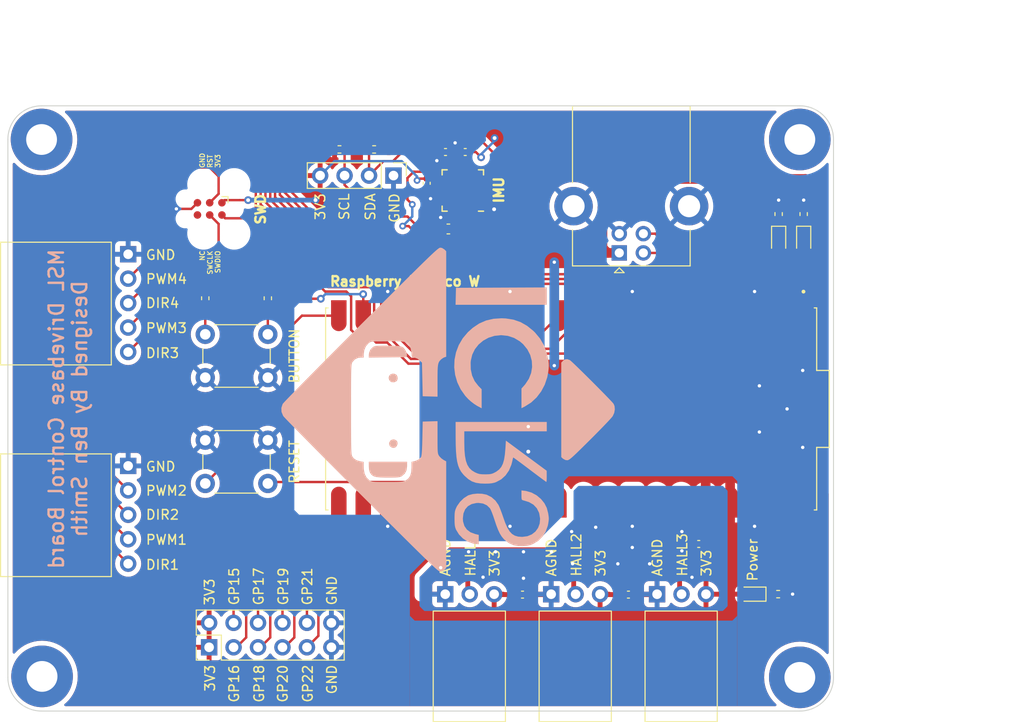
<source format=kicad_pcb>
(kicad_pcb (version 20211014) (generator pcbnew)
  (layers (0 "F.Cu" signal) (31 "B.Cu" signal) (34 "B.Paste" user) (35 "F.Paste" user) (36 "B.SilkS" user "B.Silkscreen") (37 "F.SilkS" user "F.Silkscreen") (38 "B.Mask" user) (39 "F.Mask" user) (44 "Edge.Cuts" user))
  (net 0 "")
  (net 1 "/IMU_REGOUT")
  (net 2 "GND")
  (net 3 "/IMU_CPOUT")
  (net 4 "+3V3")
  (net 5 "/LED1_K")
  (net 6 "LED1")
  (net 7 "/LED2_K")
  (net 8 "LED2")
  (net 9 "PWM2")
  (net 10 "DIR2")
  (net 11 "PWM1")
  (net 12 "DIR1")
  (net 13 "PWM4")
  (net 14 "DIR4")
  (net 15 "PWM3")
  (net 16 "DIR3")
  (net 17 "GNDA")
  (net 18 "HALL1")
  (net 19 "HALL2")
  (net 20 "HALL3")
  (net 21 "SWDIO")
  (net 22 "RST")
  (net 23 "SWCLK")
  (net 25 "SDA")
  (net 26 "SCL")
  (net 27 "VBUS")
  (net 28 "DM")
  (net 29 "DP")
  (net 30 "Net-(R103-Pad1)")
  (net 31 "BTN")
  (net 33 "/LED_PWR_K")
  (net 44 "IMU_INT")
  (net 52 "GPIO22")
  (net 53 "GPIO20")
  (net 54 "GPIO21")
  (net 55 "GPIO18")
  (net 56 "GPIO19")
  (net 57 "GPIO16")
  (net 58 "GPIO17")
  (net 59 "GPIO15")
  (footprint "footprints:5pin right angle header" (layer "F.Cu") (at 111.1425 108.1375)
    (fp_text reference "J102" hide)
    (fp_text value "Conn_01x05_Male")
  )
  (footprint "Resistor_SMD:R_0402_1005Metric" (layer "F.Cu") (at 178.65 121.4625)
    (fp_text reference "R105" hide)
    (fp_text value "330R")
  )
  (footprint "Resistor_SMD:R_0402_1005Metric" (layer "F.Cu") (at 133.09 75.2425)
    (fp_text reference "R102" hide)
    (fp_text value "4k7")
  )
  (footprint "Capacitor_SMD:C_0603_1608Metric" (layer "F.Cu") (at 144.4 83.5125 180)
    (fp_text reference "C105" hide)
    (fp_text value "2n2")
  )
  (footprint "Sensor_Motion:InvenSense_QFN-24_4x4mm_P0.5mm" (layer "F.Cu") (at 145.9 79.5125 180)
    (fp_text reference "U102" hide)
    (fp_text value "MPU-6050")
  )
  (footprint "MountingHole:MountingHole_3.2mm_M3_Pad" (layer "F.Cu") (at 102.2 130.0125)
    (fp_text reference "H104" hide)
    (fp_text value "MountingHole" hide)
  )
  (footprint "LED_SMD:LED_0603_1608Metric" (layer "F.Cu") (at 181.3 84.7125 -90)
    (fp_text reference "D102" hide)
    (fp_text value "LED_Small")
  )
  (footprint "Capacitor_SMD:C_0402_1005Metric" (layer "F.Cu") (at 142.15 78.7625 -90)
    (fp_text reference "C106" hide)
    (fp_text value "100n")
  )
  (footprint "footprints:MODULE_SC0915" (layer "F.Cu") (at 157.15 102.2125 -90)
    (fp_text reference "U101" hide)
    (fp_text value "SC0915")
  )
  (footprint "Resistor_SMD:R_0402_1005Metric" (layer "F.Cu") (at 119.15 90.7125 90)
    (fp_text reference "R104" hide)
    (fp_text value "100k")
  )
  (footprint "footprints:3pin right angle header" (layer "F.Cu") (at 144.075 121.47 90)
    (fp_text reference "J103" hide)
    (fp_text value "Conn_01x03_Male")
  )
  (footprint "MountingHole:MountingHole_3.2mm_M3_Pad" (layer "F.Cu") (at 180.9 130.1125)
    (fp_text reference "H102" hide)
    (fp_text value "MountingHole" hide)
  )
  (footprint "MountingHole:MountingHole_3.2mm_M3_Pad" (layer "F.Cu") (at 180.9 74.2125)
    (fp_text reference "H101" hide)
    (fp_text value "MountingHole" hide)
  )
  (footprint "Capacitor_SMD:C_0402_1005Metric" (layer "F.Cu") (at 144.1 75.5125)
    (fp_text reference "C104" hide)
    (fp_text value "100n")
  )
  (footprint "footprints:5pin right angle header" (layer "F.Cu") (at 111.1425 86.1375)
    (fp_text reference "J101" hide)
    (fp_text value "Conn_01x05_Male")
  )
  (footprint "TestPoint:TestPoint_Pad_D1.5mm" (layer "F.Cu") (at 151.4 105.3425)
    (fp_text reference "TP103" hide)
    (fp_text value "TestPoint" hide)
  )
  (footprint "footprints:3pin right angle header" (layer "F.Cu") (at 166.075 121.47 90)
    (fp_text reference "J105" hide)
    (fp_text value "Conn_01x03_Male")
  )
  (footprint "MountingHole:MountingHole_3.2mm_M3_Pad" (layer "F.Cu") (at 102.15 74.2125)
    (fp_text reference "H103" hide)
    (fp_text value "MountingHole" hide)
  )
  (footprint "TestPoint:TestPoint_Pad_D1.5mm" (layer "F.Cu") (at 151.4 107.8825)
    (fp_text reference "TP102" hide)
    (fp_text value "TestPoint" hide)
  )
  (footprint "Connector:Tag-Connect_TC2030-IDC-FP_2x03_P1.27mm_Vertical" (layer "F.Cu") (at 119.61 81.4225 180)
    (fp_text reference "J106" hide)
    (fp_text value "TC2030-IDC")
  )
  (footprint "Capacitor_SMD:C_0402_1005Metric" (layer "F.Cu") (at 163.1 121.5125)
    (fp_text reference "C101" hide)
    (fp_text value "100n")
  )
  (footprint "Connector_PinHeader_2.54mm:PinHeader_2x06_P2.54mm_Vertical" (layer "F.Cu") (at 119.55 126.9875 90)
    (fp_text reference "J109" hide)
    (fp_text value "Conn_02x06_Odd_Even")
  )
  (footprint "Capacitor_SMD:C_0402_1005Metric" (layer "F.Cu") (at 152.1 121.5125)
    (fp_text reference "C102" hide)
    (fp_text value "100n")
  )
  (footprint "TestPoint:TestPoint_Pad_D1.5mm" (layer "F.Cu") (at 151.4 102.8025)
    (fp_text reference "TP101" hide)
    (fp_text value "TestPoint" hide)
  )
  (footprint "Connector_PinHeader_2.54mm:PinHeader_1x04_P2.54mm_Vertical" (layer "F.Cu") (at 138.7 77.9625 -90)
    (fp_text reference "J107" hide)
    (fp_text value "Conn_01x04_Male")
  )
  (footprint "Button_Switch_THT:SW_PUSH_6mm_H5mm" (layer "F.Cu") (at 125.65 109.9625 180)
    (fp_text reference "SW102" hide)
    (fp_text value "PSH_BTN")
  )
  (footprint "Capacitor_SMD:C_0402_1005Metric" (layer "F.Cu") (at 170.4 116.25 180)
    (fp_text reference "C103" hide)
    (fp_text value "100n")
  )
  (footprint "LED_SMD:LED_0603_1608Metric" (layer "F.Cu") (at 178.7 84.7125 -90)
    (fp_text reference "D103" hide)
    (fp_text value "LED_Small")
  )
  (footprint "footprints:3pin right angle header" (layer "F.Cu") (at 155.075 121.47 90)
    (fp_text reference "J104" hide)
    (fp_text value "Conn_01x03_Male")
  )
  (footprint "Button_Switch_THT:SW_PUSH_6mm_H5mm" (layer "F.Cu") (at 125.65 98.9625 180)
    (fp_text reference "SW101" hide)
    (fp_text value "PSH_BTN")
  )
  (footprint "Resistor_SMD:R_0402_1005Metric" (layer "F.Cu") (at 181.3 81.9625 90)
    (fp_text reference "R106" hide)
    (fp_text value "330R")
  )
  (footprint "Capacitor_SMD:C_0402_1005Metric" (layer "F.Cu") (at 146.15 75.5125 180)
    (fp_text reference "C107" hide)
    (fp_text value "10n")
  )
  (footprint "LED_SMD:LED_0603_1608Metric" (layer "F.Cu") (at 175.9 121.4625 180)
    (fp_text reference "D101" hide)
    (fp_text value "LED_Small")
  )
  (footprint "Resistor_SMD:R_0402_1005Metric" (layer "F.Cu") (at 125.65 90.7125 90)
    (fp_text reference "R103" hide)
    (fp_text value "330R")
  )
  (footprint "Resistor_SMD:R_0402_1005Metric" (layer "F.Cu") (at 136.69 75.2425 180)
    (fp_text reference "R101" hide)
    (fp_text value "4k7")
  )
  (footprint "Resistor_SMD:R_0402_1005Metric" (layer "F.Cu") (at 178.7 81.9625 90)
    (fp_text reference "R107" hide)
    (fp_text value "330R")
  )
  (footprint "Connector_USB:USB_B_Lumberg_2411_02_Horizontal" (layer "F.Cu") (at 162.15 86 90)
    (fp_text reference "J108" hide)
    (fp_text value "USB_A")
  )
  (footprint "footprints:ICRS Medium" (layer "B.Cu") (at 144.4 102.2125 -90)
    (fp_text reference "G***" hide)
    (fp_text value "LOGO" hide)
  )
  (gr_line (start 184.4 74.2125) (end 184.4 130.1125) (layer "Edge.Cuts") (width 0.1))
  (gr_arc (start 98.65 74.2125) (mid 99.675126 71.737626) (end 102.15 70.7125) (layer "Edge.Cuts") (width 0.1))
  (gr_arc (start 180.9 70.7125) (mid 183.374874 71.737626) (end 184.4 74.2125) (layer "Edge.Cuts") (width 0.1))
  (gr_line (start 180.9 133.6125) (end 102.15 133.6125) (layer "Edge.Cuts") (width 0.1))
  (gr_arc (start 184.4 130.1125) (mid 183.374874 132.587374) (end 180.9 133.6125) (layer "Edge.Cuts") (width 0.1))
  (gr_arc (start 102.15 133.6125) (mid 99.675126 132.587374) (end 98.65 130.1125) (layer "Edge.Cuts") (width 0.1))
  (gr_line (start 102.15 70.7125) (end 180.9 70.7125) (layer "Edge.Cuts") (width 0.1))
  (gr_line (start 98.65 130.1125) (end 98.65 74.2125) (layer "Edge.Cuts") (width 0.1))
  (gr_text "MSL Drivebase Control Board\nDesigned By Ben Smith" (at 104.9 102.2125 90) (layer "B.SilkS") (effects (font (size 1.5 1.5) (thickness 0.25)) (justify mirror)))
  (gr_text "SWD" (at 124.9 81.4625 90) (layer "F.SilkS") (effects (font (size 1 1) (thickness 0.25))))
  (gr_text "GND" (at 132.3 128.7125 90) (layer "F.SilkS") (effects (font (size 1 1)) (justify right)))
  (gr_text "NC\nSWCLK\nSWDIO" (at 119.65 85.7125 90) (layer "F.SilkS") (effects (font (size 0.5 0.5) (thickness 0.1)) (justify right)))
  (gr_text "GND" (at 112.9 86.2125) (layer "F.SilkS") (effects (font (size 1 1)) (justify left)))
  (gr_text "SDA" (at 136.3 79.7125 90) (layer "F.SilkS") (effects (font (size 1 1)) (justify right)))
  (gr_text "PWM4" (at 112.9 88.7125) (layer "F.SilkS") (effects (font (size 1 1)) (justify left)))
  (gr_text "GP20" (at 127.2 128.7125 90) (layer "F.SilkS") (effects (font (size 1 1)) (justify right)))
  (gr_text "3V3" (at 131.1 79.7125 90) (layer "F.SilkS") (effects (font (size 1 1)) (justify right)))
  (gr_text "GP22" (at 129.8 128.7125 90) (layer "F.SilkS") (effects (font (size 1 1)) (justify right)))
  (gr_text "GND" (at 138.8 79.7125 90) (layer "F.SilkS") (effects (font (size 1 1)) (justify right)))
  (gr_text "GP15" (at 122.15 122.7125 90) (layer "F.SilkS") (effects (font (size 1 1)) (justify left)))
  (gr_text "GND" (at 112.9 108.2125) (layer "F.SilkS") (effects (font (size 1 1)) (justify left)))
  (gr_text "GND" (at 132.3 122.7125 90) (layer "F.SilkS") (effects (font (size 1 1)) (justify left)))
  (gr_text "SCL" (at 133.59 79.7125 90) (layer "F.SilkS") (effects (font (size 1 1)) (justify right)))
  (gr_text "3V3" (at 149.2 119.7125 90) (layer "F.SilkS") (effects (font (size 1 1)) (justify left)))
  (gr_text "GND\nRST\n3V3" (at 119.65 77.2125 90) (layer "F.SilkS") (effects (font (size 0.5 0.5) (thickness 0.1)) (justify left)))
  (gr_text "AGND" (at 155.1 119.7125 90) (layer "F.SilkS") (effects (font (size 1 1)) (justify left)))
  (gr_text "DIR1" (at 112.9 118.4125) (layer "F.SilkS") (effects (font (size 1 1)) (justify left)))
  (gr_text "3V3" (at 119.65 128.7125 90) (layer "F.SilkS") (effects (font (size 1 1)) (justify right)))
  (gr_text "PWM1" (at 112.9 115.8125) (layer "F.SilkS") (effects (font (size 1 1)) (justify left)))
  (gr_text "GP19" (at 127.25 122.7125 90) (layer "F.SilkS") (effects (font (size 1 1)) (justify left)))
  (gr_text "Power" (at 176 120.2125 90) (layer "F.SilkS") (effects (font (size 1 1)) (justify left)))
  (gr_text "HALL2" (at 157.7 119.7125 90) (layer "F.SilkS") (effects (font (size 1 1)) (justify left)))
  (gr_text "DIR3" (at 112.9 96.4125) (layer "F.SilkS") (effects (font (size 1 1)) (justify left)))
  (gr_text "AGND" (at 144.1 119.7125 90) (layer "F.SilkS") (effects (font (size 1 1)) (justify left)))
  (gr_text "3V3" (at 171.2 119.7125 90) (layer "F.SilkS") (effects (font (size 1 1)) (justify left)))
  (gr_text "HALL3" (at 168.7 119.7125 90) (layer "F.SilkS") (effects (font (size 1 1)) (justify left)))
  (gr_text "DIR2" (at 112.9 113.2125) (layer "F.SilkS") (effects (font (size 1 1)) (justify left)))
  (gr_text "3V3" (at 119.6 122.7125 90) (layer "F.SilkS") (effects (font (size 1 1)) (justify left)))
  (gr_text "GP21" (at 129.75 122.7125 90) (layer "F.SilkS") (effects (font (size 1 1)) (justify left)))
  (gr_text "BUTTON" (at 128.4 96.7125 90) (layer "F.SilkS") (effects (font (size 1 1))))
  (gr_text "3V3" (at 160.2 119.7125 90) (layer "F.SilkS") (effects (font (size 1 1)) (justify left)))
  (gr_text "AGND" (at 166.1 119.7125 90) (layer "F.SilkS") (effects (font (size 1 1)) (justify left)))
  (gr_text "PWM2" (at 112.9 110.7125) (layer "F.SilkS") (effects (font (size 1 1)) (justify left)))
  (gr_text "IMU" (at 149.65 79.4625 90) (layer "F.SilkS") (effects (font (size 1 1) (thickness 0.25))))
  (gr_text "GP17" (at 124.7 122.7125 90) (layer "F.SilkS") (effects (font (size 1 1)) (justify left)))
  (gr_text "RESET" (at 128.4 107.7125 90) (layer "F.SilkS") (effects (font (size 1 1))))
  (gr_text "PWM3" (at 112.9 93.8125) (layer "F.SilkS") (effects (font (size 1 1)) (justify left)))
  (gr_text "GP16" (at 122.15 128.7125 90) (layer "F.SilkS") (effects (font (size 1 1)) (justify right)))
  (gr_text "HALL1" (at 146.7 119.7125 90) (layer "F.SilkS") (effects (font (size 1 1)) (justify left)))
  (gr_text "DIR4" (at 112.9 91.2125) (layer "F.SilkS") (effects (font (size 1 1)) (justify left)))
  (gr_text "GP18" (at 124.75 128.7125 90) (layer "F.SilkS") (effects (font (size 1 1)) (justify right)))
  (gr_text "Raspberry PI Pico W" (at 139.9 88.9625) (layer "F.SilkS") (effects (font (size 1 1) (thickness 0.25))))
  (segment (start 145.65 76.6125) (end 145.25 76.2125) (width 0.25) (layer "F.Cu") (net 1))
  (segment (start 143.62 75.51943) (end 143.62 75.5125) (width 0.25) (layer "F.Cu") (net 1))
  (segment (start 144.31307 76.2125) (end 143.62 75.51943) (width 0.25) (layer "F.Cu") (net 1))
  (segment (start 145.65 77.5625) (end 145.65 76.6125) (width 0.25) (layer "F.Cu") (net 1))
  (segment (start 145.25 76.2125) (end 144.31307 76.2125) (width 0.25) (layer "F.Cu") (net 1))
  (segment (start 176.2 111.9025) (end 176.2 114.4125) (width 1) (layer "F.Cu") (net 2))
  (segment (start 151.4 105.3525) (end 152.7 106.6525) (width 0.25) (layer "F.Cu") (net 2))
  (segment (start 151.4 105.3425) (end 151.4 105.3525) (width 0.25) (layer "F.Cu") (net 2))
  (segment (start 117.705 81.4225) (end 118.34 80.7875) (width 0.25) (layer "F.Cu") (net 2))
  (segment (start 116.15 81.4225) (end 117.705 81.4225) (width 0.25) (layer "F.Cu") (net 2))
  (segment (start 150.8 92.5225) (end 150.8 90.0125) (width 1) (layer "F.Cu") (net 2))
  (segment (start 145.67 75.1325) (end 145.1 74.5625) (width 0.25) (layer "F.Cu") (net 2))
  (segment (start 178.7 81.4525) (end 178.7 80.5125) (width 0.5) (layer "F.Cu") (net 2))
  (segment (start 150.8 111.9025) (end 150.8 114.4125) (width 1) (layer "F.Cu") (net 2))
  (segment (start 181.3 81.4525) (end 181.3 80.5125) (width 0.5) (layer "F.Cu") (net 2))
  (segment (start 181.15 99.4875) (end 181.15 98.2625) (width 0.5) (layer "F.Cu") (net 2))
  (segment (start 142.95 80.7625) (end 142.55 80.3625) (width 0.25) (layer "F.Cu") (net 2))
  (segment (start 142.15 79.9625) (end 142.15 79.2425) (width 0.25) (layer "F.Cu") (net 2))
  (segment (start 142.55 80.3625) (end 142.15 79.9625) (width 0.25) (layer "F.Cu") (net 2))
  (segment (start 146.15 76.3375) (end 145.67 75.8575) (width 0.25) (layer "F.Cu") (net 2))
  (segment (start 143.625 82.3375) (end 143.625 83.5125) (width 0.25) (layer "F.Cu") (net 2))
  (segment (start 144.58 75.0825) (end 145.1 74.5625) (width 0.25) (layer "F.Cu") (net 2))
  (segment (start 176.725 104.6375) (end 176.7 104.6125) (width 0.5) (layer "F.Cu") (net 2))
  (segment (start 143.6 82.3125) (end 143.625 82.3375) (width 0.25) (layer "F.Cu") (net 2))
  (segment (start 143.5 76.7125) (end 145 76.7125) (width 0.25) (layer "F.Cu") (net 2))
  (segment (start 176.2 92.5225) (end 176.2 90.0125) (width 1) (layer "F.Cu") (net 2))
  (segment (start 178.12 99.7875) (end 176.725 99.7875) (width 0.5) (layer "F.Cu") (net 2))
  (segment (start 176.725 99.7875) (end 176.7 99.8125) (width 0.5) (layer "F.Cu") (net 2))
  (segment (start 145.67 75.5125) (end 145.67 75.1325) (width 0.25) (layer "F.Cu") (net 2))
  (segment (start 152.7 104.0525) (end 152.69 104.0525) (width 0.25) (layer "F.Cu") (net 2))
  (segment (start 138.1 92.5225) (end 138.1 90.0125) (width 1) (layer "F.Cu") (net 2))
  (segment (start 145 76.7125) (end 145.15 76.8625) (width 0.25) (layer "F.Cu") (net 2))
  (segment (start 178.12 104.6375) (end 176.725 104.6375) (width 0.5) (layer "F.Cu") (net 2))
  (segment (start 144.58 75.5125) (end 145.67 75.5125) (width 0.25) (layer "F.Cu") (net 2))
  (segment (start 147.85 80.7625) (end 148.45 80.7625) (width 0.25) (layer "F.Cu") (net 2))
  (segment (start 138.1 111.9025) (end 138.1 114.4125) (width 1) (layer "F.Cu") (net 2))
  (segment (start 181.15 98.2625) (end 181.2 98.2125) (width 0.5) (layer "F.Cu") (net 2))
  (segment (start 145.67 75.8575) (end 145.67 75.5125) (width 0.25) (layer "F.Cu") (net 2))
  (segment (start 146.15 77.5625) (end 146.15 76.3375) (width 0.25) (layer "F.Cu") (net 2))
  (segment (start 148.45 80.7625) (end 149.15 81.4625) (width 0.25) (layer "F.Cu") (net 2))
  (segment (start 152.69 104.0525) (end 151.4 105.3425) (width 0.25) (layer "F.Cu") (net 2))
  (segment (start 178.15 102.2125) (end 179.5755 102.2125) (width 0.5) (layer "F.Cu") (net 2))
  (segment (start 181.2 106.2125) (end 181.15 106.1625) (width 0.5) (layer "F.Cu") (net 2))
  (segment (start 143.2 76.4125) (end 143.5 76.7125) (width 0.25) (layer "F.Cu") (net 2))
  (segment (start 143.95 80.7625) (end 142.95 80.7625) (width 0.25) (layer "F.Cu") (net 2))
  (segment (start 163.5 92.5225) (end 163.5 90.0125) (width 1) (layer "F.Cu") (net 2))
  (segment (start 144.58 75.5125) (end 144.58 75.0825) (width 0.25) (layer "F.Cu") (net 2))
  (segment (start 181.15 106.1625) (end 181.15 104.9375) (width 0.5) (layer "F.Cu") (net 2))
  (segment (start 179.16 121.4625) (end 180.15 121.4625) (width 0.25) (layer "F.Cu") (net 2))
  (segment (start 145.15 76.8625) (end 145.15 77.5625) (width 0.25) (layer "F.Cu") (net 2))
  (via (at 181.3 80.5125) (size 0.7) (drill 0.35) (layers "F.Cu" "B.Cu") (net 2))
  (via (at 138.1 90.0125) (size 0.7) (drill 0.35) (layers "F.Cu" "B.Cu") (net 2))
  (via (at 149.15 81.4625) (size 0.8) (drill 0.4) (layers "F.Cu" "B.Cu") (net 2))
  (via (at 138.1 114.4125) (size 0.7) (drill 0.35) (layers "F.Cu" "B.Cu") (net 2))
  (via (at 152.7 106.6525) (size 0.8) (drill 0.4) (layers "F.Cu" "B.Cu") (net 2))
  (via (at 142.55 80.3625) (size 0.7) (drill 0.35) (layers "F.Cu" "B.Cu") (net 2))
  (via (at 143.2 76.4125) (size 0.7) (drill 0.35) (layers "F.Cu" "B.Cu") (net 2))
  (via (at 176.2 90.0125) (size 0.7) (drill 0.35) (layers "F.Cu" "B.Cu") (net 2))
  (via (at 181.2 106.2125) (size 0.7) (drill 0.35) (layers "F.Cu" "B.Cu") (net 2))
  (via (at 163.5 90.0125) (size 0.7) (drill 0.35) (layers "F.Cu" "B.Cu") (net 2))
  (via (at 150.8 114.4125) (size 0.7) (drill 0.35) (layers "F.Cu" "B.Cu") (net 2))
  (via (at 180.15 121.4625) (size 0.7) (drill 0.35) (layers "F.Cu" "B.Cu") (net 2))
  (via (at 116.15 81.4225) (size 0.7) (drill 0.35) (layers "F.Cu" "B.Cu") (net 2))
  (via (at 152.7 104.0525) (size 0.7) (drill 0.35) (layers "F.Cu" "B.Cu") (net 2))
  (via (at 179.5755 102.2125) (size 0.7) (drill 0.35) (layers "F.Cu" "B.Cu") (net 2))
  (via (at 176.2 114.4125) (size 0.7) (drill 0.35) (layers "F.Cu" "B.Cu") (net 2))
  (via (at 176.7 104.6125) (size 0.7) (drill 0.35) (layers "F.Cu" "B.Cu") (net 2))
  (via (at 145.1 74.5625) (size 0.7) (drill 0.35) (layers "F.Cu" "B.Cu") (net 2))
  (via (at 150.8 90.0125) (size 0.7) (drill 0.35) (layers "F.Cu" "B.Cu") (net 2))
  (via (at 178.7 80.5125) (size 0.7) (drill 0.35) (layers "F.Cu" "B.Cu") (net 2))
  (via (at 143.6 82.3125) (size 0.7) (drill 0.35) (layers "F.Cu" "B.Cu") (net 2))
  (via (at 176.7 99.8125) (size 0.7) (drill 0.35) (layers "F.Cu" "B.Cu") (net 2))
  (via (at 181.2 98.2125) (size 0.7) (drill 0.35) (layers "F.Cu" "B.Cu") (net 2))
  (segment (start 145.15 83.4875) (end 145.175 83.5125) (width 0.25) (layer "F.Cu") (net 3))
  (segment (start 145.15 81.4625) (end 145.15 83.4875) (width 0.25) (layer "F.Cu") (net 3))
  (segment (start 171.1975 121.5125) (end 171.155 121.47) (width 0.5) (layer "F.Cu") (net 4))
  (segment (start 149.1975 121.5125) (end 149.155 121.47) (width 0.5) (layer "F.Cu") (net 4))
  (segment (start 142.17 78.2625) (end 142.15 78.2825) (width 0.25) (layer "F.Cu") (net 4))
  (segment (start 151.62 121.5125) (end 149.1975 121.5125) (width 0.5) (layer "F.Cu") (net 4))
  (segment (start 178.74 111.9025) (end 178.74 109.04) (width 1) (layer "F.Cu") (net 4))
  (segment (start 146.63 75.5125) (end 147.25 75.5125) (width 0.25) (layer "F.Cu") (net 4))
  (segment (start 146.65 75.5825) (end 146.58 75.5125) (width 0.25) (layer "F.Cu") (net 4))
  (segment (start 141.33 78.2825) (end 141.15 78.4625) (width 0.25) (layer "F.Cu") (net 4))
  (segment (start 160.1975 121.5125) (end 160.155 121.47) (width 0.5) (layer "F.Cu") (net 4))
  (segment (start 171.12 111.9025) (end 171.12 109.02) (width 1) (layer "F.Cu") (net 4))
  (segment (start 147.25 75.5125) (end 147.8 76.0625) (width 0.25) (layer "F.Cu") (net 4))
  (segment (start 143.95 78.2625) (end 142.17 78.2625) (width 0.25) (layer "F.Cu") (net 4))
  (segment (start 171.12 111.9025) (end 173.66 111.9025) (width 1) (layer "F.Cu") (net 4))
  (segment (start 178.74 111.9025) (end 178.74 114.44) (width 1) (layer "F.Cu") (net 4))
  (segment (start 171.12 111.9025) (end 171.12 114.9) (width 1) (layer "F.Cu") (net 4))
  (segment (start 142.15 78.2825) (end 141.33 78.2825) (width 0.25) (layer "F.Cu") (net 4))
  (segment (start 120.88 80.7875) (end 121.155 80.5125) (width 0.25) (layer "F.Cu") (net 4))
  (segment (start 146.65 77.5625) (end 146.65 75.5825) (width 0.25) (layer "F.Cu") (net 4))
  (segment (start 171.12 121.435) (end 171.155 121.47) (width 1) (layer "F.Cu") (net 4))
  (segment (start 122.728962 80.5125) (end 123.6 80.5125) (width 0.25) (layer "F.Cu") (net 4))
  (segment (start 162.62 121.5125) (end 160.1975 121.5125) (width 0.5) (layer "F.Cu") (net 4))
  (segment (start 175.1125 121.4625) (end 175.105 121.47) (width 0.25) (layer "F.Cu") (net 4))
  (segment (start 121.155 80.5125) (end 122.728962 80.5125) (width 0.25) (layer "F.Cu") (net 4))
  (segment (start 173.66 111.9025) (end 173.66 109.14) (width 1) (layer "F.Cu") (net 4))
  (segment (start 172.4 90.4) (end 172.4 94.2) (width 0.25) (layer "F.Cu") (net 4))
  (segment (start 173.66 111.9025) (end 173.66 114.76) (width 1) (layer "F.Cu") (net 4))
  (via (at 130.6 80.5125) (size 0.8) (drill 0.4) (layers "F.Cu" "B.Cu") (net 4))
  (via (at 123.6 80.5125) (size 0.8) (drill 0.4) (layers "F.Cu" "B.Cu") (net 4))
  (via (at 149.2 74.0625) (size 0.8) (drill 0.4) (layers "F.Cu" "B.Cu") (net 4))
  (via (at 155.4 86.9625) (size 0.7) (drill 0.35) (layers "F.Cu" "B.Cu") (net 4))
  (via (at 141.15 78.4625) (size 0.7) (drill 0.35) (layers "F.Cu" "B.Cu") (net 4))
  (via (at 147.8 76.0625) (size 0.8) (drill 0.4) (layers "F.Cu" "B.Cu") (net 4))
  (via (at 155.4 97.7125) (size 0.7) (drill 0.35) (layers "F.Cu" "B.Cu") (net 4))
  (segment (start 147.8 76.0625) (end 147.8 75.75) (width 0.25) (layer "B.Cu") (net 4))
  (segment (start 141.15 78.4625) (end 141.15 78.063478) (width 0.25) (layer "B.Cu") (net 4))
  (segment (start 141.15 78.063478) (end 139.549022 76.4625) (width 0.25) (layer "B.Cu") (net 4))
  (segment (start 139.549022 76.4625) (end 132.58 76.4625) (width 0.25) (layer "B.Cu") (net 4))
  (segment (start 147.8 75.75) (end 149.2 74.35) (width 0.25) (layer "B.Cu") (net 4))
  (segment (start 130.6 80.5125) (end 123.6 80.5125) (width 0.5) (layer "B.Cu") (net 4))
  (segment (start 155.4 86.9625) (end 155.4 97.7125) (width 1) (layer "B.Cu") (net 4))
  (segment (start 132.58 76.4625) (end 131.08 77.9625) (width 0.25) (layer "B.Cu") (net 4))
  (segment (start 149.2 74.35) (end 149.2 74.0625) (width 0.25) (layer "B.Cu") (net 4))
  (segment (start 181.3 83.925) (end 181.3 82.4725) (width 0.5) (layer "F.Cu") (net 5))
  (segment (start 181.28 85.52) (end 181.3 85.5) (width 0.5) (layer "F.Cu") (net 6))
  (segment (start 181.28 92.5225) (end 181.28 85.52) (width 0.5) (layer "F.Cu") (net 6))
  (segment (start 178.7 83.925) (end 178.7 82.4725) (width 0.5) (layer "F.Cu") (net 7))
  (segment (start 178.74 92.5225) (end 178.74 85.54) (width 0.5) (layer "F.Cu") (net 8))
  (segment (start 178.74 85.54) (end 178.7 85.5) (width 0.5) (layer "F.Cu") (net 8))
  (segment (start 145.65 95.4625) (end 144.45 94.2625) (width 0.25) (layer "F.Cu") (net 9))
  (segment (start 144.45 89.7625) (end 141.65 86.9625) (width 0.25) (layer "F.Cu") (net 9))
  (segment (start 109.65 109.185) (end 111.1425 110.6775) (width 0.25) (layer "F.Cu") (net 9))
  (segment (start 144.45 94.2625) (end 144.45 89.7625) (width 0.25) (layer "F.Cu") (net 9))
  (segment (start 109.65 80.7125) (end 109.65 109.185) (width 0.25) (layer "F.Cu") (net 9))
  (segment (start 133.15 86.9625) (end 126.4 80.2125) (width 0.25) (layer "F.Cu") (net 9))
  (segment (start 116.15 74.2125) (end 109.65 80.7125) (width 0.25) (layer "F.Cu") (net 9))
  (segment (start 126.4 76.9625) (end 123.65 74.2125) (width 0.25) (layer "F.Cu") (net 9))
  (segment (start 123.65 74.2125) (end 116.15 74.2125) (width 0.25) (layer "F.Cu") (net 9))
  (segment (start 126.4 80.2125) (end 126.4 76.9625) (width 0.25) (layer "F.Cu") (net 9))
  (segment (start 141.65 86.9625) (end 133.15 86.9625) (width 0.25) (layer "F.Cu") (net 9))
  (segment (start 152.94 95.4625) (end 145.65 95.4625) (width 0.25) (layer "F.Cu") (net 9))
  (segment (start 155.88 92.5225) (end 152.94 95.4625) (width 0.25) (layer "F.Cu") (net 9))
  (segment (start 123.9 73.7125) (end 115.9 73.7125) (width 0.25) (layer "F.Cu") (net 10))
  (segment (start 145.72 92.5225) (end 145.72 89.9075) (width 0.25) (layer "F.Cu") (net 10))
  (segment (start 109.15 111.225) (end 111.1425 113.2175) (width 0.25) (layer "F.Cu") (net 10))
  (segment (start 115.9 73.7125) (end 109.15 80.4625) (width 0.25) (layer "F.Cu") (net 10))
  (segment (start 109.15 80.4625) (end 109.15 111.225) (width 0.25) (layer "F.Cu") (net 10))
  (segment (start 142.275 86.4625) (end 133.4 86.4625) (width 0.25) (layer "F.Cu") (net 10))
  (segment (start 145.72 89.9075) (end 142.275 86.4625) (width 0.25) (layer "F.Cu") (net 10))
  (segment (start 133.4 86.4625) (end 126.9 79.9625) (width 0.25) (layer "F.Cu") (net 10))
  (segment (start 126.9 79.9625) (end 126.9 76.7125) (width 0.25) (layer "F.Cu") (net 10))
  (segment (start 126.9 76.7125) (end 123.9 73.7125) (width 0.25) (layer "F.Cu") (net 10))
  (segment (start 142.9 85.9625) (end 133.65 85.9625) (width 0.25) (layer "F.Cu") (net 11))
  (segment (start 127.4 76.4625) (end 124.15 73.2125) (width 0.25) (layer "F.Cu") (net 11))
  (segment (start 108.65 113.265) (end 111.1425 115.7575) (width 0.25) (layer "F.Cu") (net 11))
  (segment (start 147 90.0625) (end 142.9 85.9625) (width 0.25) (layer "F.Cu") (net 11))
  (segment (start 153.34 92.5225) (end 153.34 92.743319) (width 0.25) (layer "F.Cu") (net 11))
  (segment (start 151.120819 94.9625) (end 147.65 94.9625) (width 0.25) (layer "F.Cu") (net 11))
  (segment (start 115.65 73.2125) (end 108.65 80.2125) (width 0.25) (layer "F.Cu") (net 11))
  (segment (start 147.65 94.9625) (end 147 94.3125) (width 0.25) (layer "F.Cu") (net 11))
  (segment (start 147 94.3125) (end 147 90.0625) (width 0.25) (layer "F.Cu") (net 11))
  (segment (start 127.4 79.7125) (end 127.4 76.4625) (width 0.25) (layer "F.Cu") (net 11))
  (segment (start 108.65 80.2125) (end 108.65 113.265) (width 0.25) (layer "F.Cu") (net 11))
  (segment (start 133.65 85.9625) (end 127.4 79.7125) (width 0.25) (layer "F.Cu") (net 11))
  (segment (start 153.34 92.743319) (end 151.120819 94.9625) (width 0.25) (layer "F.Cu") (net 11))
  (segment (start 124.15 73.2125) (end 115.65 73.2125) (width 0.25) (layer "F.Cu") (net 11))
  (segment (start 148.26 92.5225) (end 148.26 90.0725) (width 0.25) (layer "F.Cu") (net 12))
  (segment (start 108.15 115.305) (end 111.1425 118.2975) (width 0.25) (layer "F.Cu") (net 12))
  (segment (start 127.9 76.2125) (end 124.4 72.7125) (width 0.25) (layer "F.Cu") (net 12))
  (segment (start 115.4 72.7125) (end 108.15 79.9625) (width 0.25) (layer "F.Cu") (net 12))
  (segment (start 148.26 90.0725) (end 143.65 85.4625) (width 0.25) (layer "F.Cu") (net 12))
  (segment (start 133.9 85.4625) (end 127.9 79.4625) (width 0.25) (layer "F.Cu") (net 12))
  (segment (start 124.4 72.7125) (end 115.4 72.7125) (width 0.25) (layer "F.Cu") (net 12))
  (segment (start 108.15 79.9625) (end 108.15 115.305) (width 0.25) (layer "F.Cu") (net 12))
  (segment (start 127.9 79.4625) (end 127.9 76.2125) (width 0.25) (layer "F.Cu") (net 12))
  (segment (start 143.65 85.4625) (end 133.9 85.4625) (width 0.25) (layer "F.Cu") (net 12))
  (segment (start 125.9 80.4625) (end 125.9 77.2125) (width 0.25) (layer "F.Cu") (net 13))
  (segment (start 143.18 92.5225) (end 143.18 89.6175) (width 0.25) (layer "F.Cu") (net 13))
  (segment (start 112.65 87.17) (end 111.1425 88.6775) (width 0.25) (layer "F.Cu") (net 13))
  (segment (start 143.18 92.5225) (end 143.18 92.196489) (width 0.25) (layer "F.Cu") (net 13))
  (segment (start 116.4 74.7125) (end 112.65 78.4625) (width 0.25) (layer "F.Cu") (net 13))
  (segment (start 143.18 89.6175) (end 141.025 87.4625) (width 0.25) (layer "F.Cu") (net 13))
  (segment (start 125.9 77.2125) (end 123.4 74.7125) (width 0.25) (layer "F.Cu") (net 13))
  (segment (start 132.9 87.4625) (end 125.9 80.4625) (width 0.25) (layer "F.Cu") (net 13))
  (segment (start 112.65 78.4625) (end 112.65 87.17) (width 0.25) (layer "F.Cu") (net 13))
  (segment (start 141.025 87.4625) (end 132.9 87.4625) (width 0.25) (layer "F.Cu") (net 13))
  (segment (start 123.4 74.7125) (end 116.4 74.7125) (width 0.25) (layer "F.Cu") (net 13))
  (segment (start 141.9 89.4625) (end 141.9 94.4625) (width 0.25) (layer "F.Cu") (net 14))
  (segment (start 111.145 91.2175) (end 113.15 89.2125) (width 0.25) (layer "F.Cu") (net 14))
  (segment (start 116.65 75.2125) (end 123.15 75.2125) (width 0.25) (layer "F.Cu") (net 14))
  (segment (start 141.9 94.4625) (end 143.4 95.9625) (width 0.25) (layer "F.Cu") (net 14))
  (segment (start 125.4 77.4625) (end 125.4 80.7125) (width 0.25) (layer "F.Cu") (net 14))
  (segment (start 113.15 78.7125) (end 116.65 75.2125) (width 0.25) (layer "F.Cu") (net 14))
  (segment (start 154.98 95.9625) (end 158.42 92.5225) (width 0.25) (layer "F.Cu") (net 14))
  (segment (start 143.4 95.9625) (end 154.98 95.9625) (width 0.25) (layer "F.Cu") (net 14))
  (segment (start 132.65 87.9625) (end 140.4 87.9625) (width 0.25) (layer "F.Cu") (net 14))
  (segment (start 140.4 87.9625) (end 141.9 89.4625) (width 0.25) (layer "F.Cu") (net 14))
  (segment (start 125.4 80.7125) (end 132.65 87.9625) (width 0.25) (layer "F.Cu") (net 14))
  (segment (start 111.1425 91.2175) (end 111.145 91.2175) (width 0.25) (layer "F.Cu") (net 14))
  (segment (start 113.15 89.2125) (end 113.15 78.7125) (width 0.25) (layer "F.Cu") (net 14))
  (segment (start 123.15 75.2125) (end 125.4 77.4625) (width 0.25) (layer "F.Cu") (net 14))
  (segment (start 124.9 80.9625) (end 132.4 88.4625) (width 0.25) (layer "F.Cu") (net 15))
  (segment (start 122.9 75.7125) (end 124.9 77.7125) (width 0.25) (layer "F.Cu") (net 15))
  (segment (start 111.1425 93.7575) (end 113.65 91.25) (width 0.25) (layer "F.Cu") (net 15))
  (segment (start 113.65 91.25) (end 113.65 78.9625) (width 0.25) (layer "F.Cu") (net 15))
  (segment (start 113.65 78.9625) (end 116.9 75.7125) (width 0.25) (layer "F.Cu") (net 15))
  (segment (start 139.65 88.4625) (end 140.64 89.4525) (width 0.25) (layer "F.Cu") (net 15))
  (segment (start 124.9 77.7125) (end 124.9 80.9625) (width 0.25) (layer "F.Cu") (net 15))
  (segment (start 116.9 75.7125) (end 122.9 75.7125) (width 0.25) (layer "F.Cu") (net 15))
  (segment (start 132.4 88.4625) (end 139.65 88.4625) (width 0.25) (layer "F.Cu") (net 15))
  (segment (start 140.64 89.4525) (end 140.64 92.5225) (width 0.25) (layer "F.Cu") (net 15))
  (segment (start 140.9 96.4625) (end 139.4 94.9625) (width 0.25) (layer "F.Cu") (net 16))
  (segment (start 132.15 88.9625) (end 124.4 81.2125) (width 0.25) (layer "F.Cu") (net 16))
  (segment (start 139.4 94.9625) (end 139.4 89.2125) (width 0.25) (layer "F.Cu") (net 16))
  (segment (start 171.12 95.7425) (end 170.4 96.4625) (width 0.25) (layer "F.Cu") (net 16))
  (segment (start 171.12 92.5225) (end 171.12 95.7425) (width 0.25) (layer "F.Cu") (net 16))
  (segment (start 139.15 88.9625) (end 132.15 88.9625) (width 0.25) (layer "F.Cu") (net 16))
  (segment (start 122.65 76.2125) (end 117.15 76.2125) (width 0.25) (layer "F.Cu") (net 16))
  (segment (start 124.4 77.9625) (end 122.65 76.2125) (width 0.25) (layer "F.Cu") (net 16))
  (segment (start 114.15 79.2125) (end 114.15 93.29) (width 0.25) (layer "F.Cu") (net 16))
  (segment (start 117.15 76.2125) (end 114.15 79.2125) (width 0.25) (layer "F.Cu") (net 16))
  (segment (start 114.15 93.29) (end 111.1425 96.2975) (width 0.25) (layer "F.Cu") (net 16))
  (segment (start 139.4 89.2125) (end 139.15 88.9625) (width 0.25) (layer "F.Cu") (net 16))
  (segment (start 170.4 96.4625) (end 140.9 96.4625) (width 0.25) (layer "F.Cu") (net 16))
  (segment (start 124.4 81.2125) (end 124.4 77.9625) (width 0.25) (layer "F.Cu") (net 16))
  (segment (start 166.0325 121.5125) (end 166.075 121.47) (width 0.5) (layer "F.Cu") (net 17))
  (segment (start 163.5 111.9025) (end 163.5 114.4125) (width 1) (layer "F.Cu") (net 17))
  (segment (start 163.58 121.5125) (end 166.0325 121.5125) (width 0.5) (layer "F.Cu") (net 17))
  (segment (start 152.58 121.5125) (end 155.0325 121.5125) (width 0.5) (layer "F.Cu") (net 17))
  (segment (start 155.0325 121.5125) (end 155.075 121.47) (width 0.5) (layer "F.Cu") (net 17))
  (via (at 149.3 117.0625) (size 0.7) (drill 0.35) (layers "F.Cu" "B.Cu") (net 17))
  (via (at 152.2 117.0625) (size 0.7) (drill 0.35) (layers "F.Cu" "B.Cu") (net 17))
  (via (at 148 119.7) (size 0.7) (drill 0.35) (layers "F.Cu" "B.Cu") (net 17))
  (via (at 159.7 114.5125) (size 0.7) (drill 0.35) (layers "F.Cu" "B.Cu") (net 17))
  (via (at 163.5 116.6125) (size 0.7) (drill 0.35) (layers "F.Cu" "B.Cu") (net 17))
  (via (at 163.5 114.4125) (size 0.7) (drill 0.35) (layers "F.Cu" "B.Cu") (net 17))
  (via (at 143.6 118.7125) (size 0.7) (drill 0.35) (layers "F.Cu" "B.Cu") (net 17))
  (via (at 168.65 116.9625) (size 0.7) (drill 0.35) (layers "F.Cu" "B.Cu") (net 17))
  (via (at 162 118.3125) (size 0.7) (drill 0.35) (layers "F.Cu" "B.Cu") (net 17))
  (via (at 146.5 117.0625) (size 0.7) (drill 0.35) (layers "F.Cu" "B.Cu") (net 17))
  (via (at 169.7 119.7125) (size 0.7) (drill 0.35) (layers "F.Cu" "B.Cu") (net 17))
  (via (at 165.3 118.3125) (size 0.7) (drill 0.35) (layers "F.Cu" "B.Cu") (net 17))
  (via (at 157.2 114.9625) (size 0.7) (drill 0.35) (layers "F.Cu" "B.Cu") (net 17))
  (via (at 155.1 117.0625) (size 0.7) (drill 0.35) (layers "F.Cu" "B.Cu") (net 17))
  (via (at 157.3 118.3) (size 0.7) (drill 0.35) (layers "F.Cu" "B.Cu") (net 17))
  (via (at 152.2 119.8125) (size 0.7) (drill 0.35) (layers "F.Cu" "B.Cu") (net 17))
  (via (at 168.65 114.9625) (size 0.7) (drill 0.35) (layers "F.Cu" "B.Cu") (net 17))
  (segment (start 147.4 118.2125) (end 155.7 118.2125) (width 0.5) (layer "F.Cu") (net 18))
  (segment (start 158.42 115.4925) (end 158.42 111.9025) (width 0.5) (layer "F.Cu") (net 18))
  (segment (start 155.7 118.2125) (end 158.42 115.4925) (width 0.5) (layer "F.Cu") (net 18))
  (segment (start 146.415 119.1975) (end 147.4 118.2125) (width 0.5) (layer "F.Cu") (net 18))
  (segment (start 146.415 121.47) (end 146.415 119.1975) (width 0.5) (layer "F.Cu") (net 18))
  (segment (start 160.96 116.4025) (end 160.96 111.9025) (width 0.5) (layer "F.Cu") (net 19))
  (segment (start 157.415 121.47) (end 157.415 119.9475) (width 0.5) (layer "F.Cu") (net 19))
  (segment (start 157.415 119.9475) (end 160.96 116.4025) (width 0.5) (layer "F.Cu") (net 19))
  (segment (start 166.04 116.3525) (end 166.04 111.9025) (width 0.5) (layer "F.Cu") (net 20))
  (segment (start 168.415 121.47) (end 168.415 118.7275) (width 0.5) (layer "F.Cu") (net 20))
  (segment (start 168.415 118.7275) (end 166.04 116.3525) (width 0.5) (layer "F.Cu") (net 20))
  (segment (start 140.5 97.0125) (end 138.2 94.7125) (width 0.25) (layer "F.Cu") (net 21))
  (segment (start 124.788029 82.400529) (end 121.223029 82.400529) (width 0.25) (layer "F.Cu") (net 21))
  (segment (start 136.68952 90.00202) (end 136.25048 89.56298) (width 0.25) (layer "F.Cu") (net 21))
  (segment (start 136.68952 94.20202) (end 136.68952 90.00202) (width 0.25) (layer "F.Cu") (net 21))
  (segment (start 131.95048 89.56298) (end 124.788029 82.400529) (width 0.25) (layer "F.Cu") (net 21))
  (segment (start 121.223029 82.400529) (end 120.88 82.0575) (width 0.25) (layer "F.Cu") (net 21))
  (segment (start 153.6 101.7025) (end 148.91 97.0125) (width 0.25) (layer "F.Cu") (net 21))
  (segment (start 153.6 107.0525) (end 153.6 101.7025) (width 0.25) (layer "F.Cu") (net 21))
  (segment (start 137.2 94.7125) (end 136.68952 94.20202) (width 0.25) (layer "F.Cu") (net 21))
  (segment (start 151.4 107.8825) (end 152.77 107.8825) (width 0.25) (layer "F.Cu") (net 21))
  (segment (start 152.77 107.8825) (end 153.6 107.0525) (width 0.25) (layer "F.Cu") (net 21))
  (segment (start 138.2 94.7125) (end 137.2 94.7125) (width 0.25) (layer "F.Cu") (net 21))
  (segment (start 136.25048 89.56298) (end 131.95048 89.56298) (width 0.25) (layer "F.Cu") (net 21))
  (segment (start 148.91 97.0125) (end 140.5 97.0125) (width 0.25) (layer "F.Cu") (net 21))
  (segment (start 122.4 89.3625) (end 122.4 106.7125) (width 0.25) (layer "F.Cu") (net 22))
  (segment (start 115.135489 84.397989) (end 116.86 86.1225) (width 0.25) (layer "F.Cu") (net 22))
  (segment (start 116.86 86.1225) (end 119.16 86.1225) (width 0.25) (layer "F.Cu") (net 22))
  (segment (start 155.88 110.6925) (end 155 109.8125) (width 0.25) (layer "F.Cu") (net 22))
  (segment (start 119.16 86.1225) (end 122.4 89.3625) (width 0.25) (layer "F.Cu") (net 22))
  (segment (start 120.536971 78.049471) (end 119.61 77.1225) (width 0.25) (layer "F.Cu") (net 22))
  (segment (start 155.88 111.9025) (end 155.88 110.6925) (width 0.25) (layer "F.Cu") (net 22))
  (segment (start 119.61 80.7875) (end 120.536971 79.860529) (width 0.25) (layer "F.Cu") (net 22))
  (segment (start 120.536971 79.860529) (end 120.536971 78.049471) (width 0.25) (layer "F.Cu") (net 22))
  (segment (start 119.61 77.1225) (end 117.56 77.1225) (width 0.25) (layer "F.Cu") (net 22))
  (segment (start 125.8 109.8125) (end 125.65 109.9625) (width 0.25) (layer "F.Cu") (net 22))
  (segment (start 155 109.8125) (end 125.8 109.8125) (width 0.25) (layer "F.Cu") (net 22))
  (segment (start 115.135489 79.547011) (end 115.135489 84.397989) (width 0.25) (layer "F.Cu") (net 22))
  (segment (start 122.4 106.7125) (end 119.15 109.9625) (width 0.25) (layer "F.Cu") (net 22))
  (segment (start 117.56 77.1225) (end 115.135489 79.547011) (width 0.25) (layer "F.Cu") (net 22))
  (segment (start 127.5 85.9125) (end 121.5 85.9125) (width 0.25) (layer "F.Cu") (net 23))
  (segment (start 138.05 95.3125) (end 136.9 95.3125) (width 0.25) (layer "F.Cu") (net 23))
  (segment (start 140.25 97.5125) (end 138.05 95.3125) (width 0.25) (layer "F.Cu") (net 23))
  (segment (start 134.3 94) (end 134.3 90.5125) (width 0.25) (layer "F.Cu") (net 23))
  (segment (start 148.65 97.5125) (end 140.25 97.5125) (width 0.25) (layer "F.Cu") (net 23))
  (segment (start 134.9125 94.6125) (end 134.3 94) (width 0.25) (layer "F.Cu") (net 23))
  (segment (start 151.4 100.2625) (end 148.65 97.5125) (width 0.25) (layer "F.Cu") (net 23))
  (segment (start 120.536971 84.949471) (end 120.536971 82.984471) (width 0.25) (layer "F.Cu") (net 23))
  (segment (start 136.9 95.3125) (end 136.2 94.6125) (width 0.25) (layer "F.Cu") (net 23))
  (segment (start 120.536971 82.984471) (end 119.61 82.0575) (width 0.25) (layer "F.Cu") (net 23))
  (segment (start 134.3 90.5125) (end 133.8 90.0125) (width 0.25) (layer "F.Cu") (net 23))
  (segment (start 121.5 85.9125) (end 120.536971 84.949471) (width 0.25) (layer "F.Cu") (net 23))
  (segment (start 133.8 90.0125) (end 131.6 90.0125) (width 0.25) (layer "F.Cu") (net 23))
  (segment (start 131.6 90.0125) (end 127.5 85.9125) (width 0.25) (layer "F.Cu") (net 23))
  (segment (start 136.2 94.6125) (end 134.9125 94.6125) (width 0.25) (layer "F.Cu") (net 23))
  (segment (start 151.4 102.8025) (end 151.4 100.2625) (width 0.25) (layer "F.Cu") (net 23))
  (segment (start 138.65 76.4625) (end 141.4 73.7125) (width 0.25) (layer "F.Cu") (net 25))
  (segment (start 168.58 89.3925) (end 168.58 92.5225) (width 0.25) (layer "F.Cu") (net 25))
  (segment (start 167.4 88.2125) (end 168.58 89.3925) (width 0.25) (layer "F.Cu") (net 25))
  (segment (start 147.2 73.7125) (end 150 76.5125) (width 0.25) (layer "F.Cu") (net 25))
  (segment (start 137.65 76.4625) (end 138.65 76.4625) (width 0.25) (layer "F.Cu") (net 25))
  (segment (start 136.18 75.2425) (end 136.16 75.2625) (width 0.25) (layer "F.Cu") (net 25))
  (segment (start 141.4 73.7125) (end 147.2 73.7125) (width 0.25) (layer "F.Cu") (net 25))
  (segment (start 147.15 82.4625) (end 148.9 84.2125) (width 0.25) (layer "F.Cu") (net 25))
  (segment (start 148.9 84.2125) (end 150.4 85.7125) (width 0.25) (layer "F.Cu") (net 25))
  (segment (start 150 85.3125) (end 150.4 85.7125) (width 0.25) (layer "F.Cu") (net 25))
  (segment (start 137.65 76.4725) (end 137.65 76.4625) (width 0.25) (layer "F.Cu") (net 25))
  (segment (start 136.16 75.2625) (end 136.16 77.9625) (width 0.25) (layer "F.Cu") (net 25))
  (segment (start 147.15 81.4625) (end 147.15 82.4625) (width 0.25) (layer "F.Cu") (net 25))
  (segment (start 150.4 85.7125) (end 152.9 88.2125) (width 0.25) (layer "F.Cu") (net 25))
  (segment (start 150 76.5125) (end 150 85.3125) (width 0.25) (layer "F.Cu") (net 25))
  (segment (start 152.9 88.2125) (end 167.4 88.2125) (width 0.25) (layer "F.Cu") (net 25))
  (segment (start 136.16 77.9625) (end 137.65 76.4725) (width 0.25) (layer "F.Cu") (net 25))
  (segment (start 166.04 92.5225) (end 166.04 89.8525) (width 0.25) (layer "F.Cu") (net 26))
  (segment (start 148.4 84.4625) (end 146.65 82.7125) (width 0.25) (layer "F.Cu") (net 26))
  (segment (start 152.65 88.7125) (end 148.4 84.4625) (width 0.25) (layer "F.Cu") (net 26))
  (segment (start 133.62 75.2625) (end 133.62 77.9625) (width 0.25) (layer "F.Cu") (net 26))
  (segment (start 140.15 82.2125) (end 136.9 82.2125) (width 0.25) (layer "F.Cu") (net 26))
  (segment (start 166.04 89.8525) (end 164.9 88.7125) (width 0.25) (layer "F.Cu") (net 26))
  (segment (start 133.62 78.9325) (end 133.62 77.9625) (width 0.25) (layer "F.Cu") (net 26))
  (segment (start 142.4 84.4625) (end 140.15 82.2125) (width 0.25) (layer "F.Cu") (net 26))
  (segment (start 136.9 82.2125) (end 133.62 78.9325) (width 0.25) (layer "F.Cu") (net 26))
  (segment (start 164.9 88.7125) (end 152.65 88.7125) (width 0.25) (layer "F.Cu") (net 26))
  (segment (start 146.65 82.7125) (end 146.65 81.4625) (width 0.25) (layer "F.Cu") (net 26))
  (segment (start 148.4 84.4625) (end 142.4 84.4625) (width 0.25) (layer "F.Cu") (net 26))
  (segment (start 133.6 75.2425) (end 133.62 75.2625) (width 0.25) (layer "F.Cu") (net 26))
  (segment (start 160.4 81.3125) (end 163.4 78.3125) (width 1) (layer "F.Cu") (net 27))
  (segment (start 162.15 86) (end 160.9375 86) (width 1) (layer "F.Cu") (net 27))
  (segment (start 183.2 109.9825) (end 181.28 111.9025) (width 1) (layer "F.Cu") (net 27))
  (segment (start 163.4 78.3125) (end 181.5 78.3125) (width 1) (layer "F.Cu") (net 27))
  (segment (start 160.9375 86) (end 160.4 85.4625) (width 1) (layer "F.Cu") (net 27))
  (segment (start 181.5 78.3125) (end 183.2 80.0125) (width 1) (layer "F.Cu") (net 27))
  (segment (start 183.2 80.0125) (end 183.2 109.9825) (width 1) (layer "F.Cu") (net 27))
  (segment (start 160.4 85.4625) (end 160.4 81.3125) (width 1) (layer "F.Cu") (net 27))
  (segment (start 179.3 100.8125) (end 179.3 97.1125) (width 0.25) (layer "F.Cu") (net 28))
  (segment (start 174.95 89.2625) (end 171.6875 86) (width 0.25) (layer "F.Cu") (net 28))
  (segment (start 177.65 95.4625) (end 175.9 95.4625) (width 0.25) (layer "F.Cu") (net 28))
  (segment (start 179.3 97.1125) (end 177.65 95.4625) (width 0.25) (layer "F.Cu") (net 28))
  (segment (start 175.9 95.4625) (end 174.95 94.5125) (width 0.25) (layer "F.Cu") (net 28))
  (segment (start 181.45 103.2125) (end 180.5 103.2125) (width 0.25) (layer "F.Cu") (net 28))
  (segment (start 174.95 94.5125) (end 174.95 89.2625) (width 0.25) (layer "F.Cu") (net 28))
  (segment (start 171.6875 86) (end 164.65 86) (width 0.25) (layer "F.Cu") (net 28))
  (segment (start 180.25 101.7625) (end 179.3 100.8125) (width 0.25) (layer "F.Cu") (net 28))
  (segment (start 180.5 103.2125) (end 180.25 102.9625) (width 0.25) (layer "F.Cu") (net 28))
  (segment (start 180.25 102.9625) (end 180.25 101.7625) (width 0.25) (layer "F.Cu") (net 28))
  (segment (start 172 85.4125) (end 167.3 85.4125) (width 0.25) (layer "F.Cu") (net 29))
  (segment (start 175.3 88.7125) (end 172 85.4125) (width 0.25) (layer "F.Cu") (net 29))
  (segment (start 176.7 88.7125) (end 175.3 88.7125) (width 0.25) (layer "F.Cu") (net 29))
  (segment (start 165.8875 84) (end 164.65 84) (width 0.25) (layer "F.Cu") (net 29))
  (segment (start 167.3 85.4125) (end 165.8875 84) (width 0.25) (layer "F.Cu") (net 29))
  (segment (start 177.5 89.5125) (end 176.7 88.7125) (width 0.25) (layer "F.Cu") (net 29))
  (segment (start 180.5 101.2125) (end 179.8 100.5125) (width 0.25) (layer "F.Cu") (net 29))
  (segment (start 177.5 94.6125) (end 177.5 89.5125) (width 0.25) (layer "F.Cu") (net 29))
  (segment (start 181.45 101.2125) (end 180.5 101.2125) (width 0.25) (layer "F.Cu") (net 29))
  (segment (start 179.8 100.5125) (end 179.8 96.9125) (width 0.25) (layer "F.Cu") (net 29))
  (segment (start 179.8 96.9125) (end 177.5 94.6125) (width 0.25) (layer "F.Cu") (net 29))
  (segment (start 125.65 94.4625) (end 125.65 91.2225) (width 0.25) (layer "F.Cu") (net 30))
  (segment (start 119.15 91.2225) (end 119.15 94.4625) (width 0.25) (layer "F.Cu") (net 30))
  (segment (start 125.66 90.2125) (end 126.8 90.2125) (width 0.25) (layer "F.Cu") (net 31))
  (segment (start 131.15 90.7625) (end 127.35 90.7625) (width 0.25) (layer "F.Cu") (net 31))
  (segment (start 125.65 90.2025) (end 125.66 90.2125) (width 0.25) (layer "F.Cu") (net 31))
  (segment (start 127.35 90.7625) (end 126.8 90.2125) (width 0.25) (layer "F.Cu") (net 31))
  (segment (start 135.56 92.5225) (end 135.56 90.29748) (width 0.25) (layer "F.Cu") (net 31))
  (segment (start 135.56 90.29748) (end 135.55 90.28748) (width 0.25) (layer "F.Cu") (net 31))
  (via (at 131.15 90.7625) (size 0.8) (drill 0.4) (layers "F.Cu" "B.Cu") (net 31))
  (via (at 135.55 90.28748) (size 0.8) (drill 0.4) (layers "F.Cu" "B.Cu") (net 31))
  (segment (start 135.55 90.28748) (end 131.62502 90.28748) (width 0.25) (layer "B.Cu") (net 31))
  (segment (start 131.62502 90.28748) (end 131.15 90.7625) (width 0.25) (layer "B.Cu") (net 31))
  (segment (start 178.14 121.4625) (end 176.6875 121.4625) (width 0.25) (layer "F.Cu") (net 33))
  (segment (start 140.15 78.2125) (end 140.8 77.5625) (width 0.25) (layer "F.Cu") (net 44))
  (segment (start 160.4 89.2125) (end 160.96 89.7725) (width 0.25) (layer "F.Cu") (net 44))
  (segment (start 148.15 84.9625) (end 152.4 89.2125) (width 0.25) (layer "F.Cu") (net 44))
  (segment (start 160.96 89.7725) (end 160.96 92.5225) (width 0.25) (layer "F.Cu") (net 44))
  (segment (start 152.4 89.2125) (end 160.4 89.2125) (width 0.25) (layer "F.Cu") (net 44))
  (segment (start 140.15 80.4625) (end 140.15 78.2125) (width 0.25) (layer "F.Cu") (net 44))
  (segment (start 140.8 77.5625) (end 144.65 77.5625) (width 0.25) (layer "F.Cu") (net 44))
  (segment (start 140.65 80.9625) (end 140.15 80.4625) (width 0.25) (layer "F.Cu") (net 44))
  (segment (start 142.025 84.9625) (end 148.15 84.9625) (width 0.25) (layer "F.Cu") (net 44))
  (segment (start 140.275 83.2125) (end 142.025 84.9625) (width 0.25) (layer "F.Cu") (net 44))
  (segment (start 139.65 83.2125) (end 140.275 83.2125) (width 0.25) (layer "F.Cu") (net 44))
  (via (at 140.65 80.9625) (size 0.7) (drill 0.35) (layers "F.Cu" "B.Cu") (net 44))
  (via (at 139.65 83.2125) (size 0.7) (drill 0.35) (layers "F.Cu" "B.Cu") (net 44))
  (segment (start 140.65 80.9625) (end 140.65 82.2125) (width 0.25) (layer "B.Cu") (net 44))
  (segment (start 140.65 82.2125) (end 139.65 83.2125) (width 0.25) (layer "B.Cu") (net 44))
  (segment (start 137.60192 120.51058) (end 133.85192 120.51058) (width 0.25) (layer "F.Cu") (net 52))
  (segment (start 153.34 114.6725) (end 152.3 115.7125) (width 0.25) (layer "F.Cu") (net 52))
  (segment (start 130.9 125.7975) (end 129.71 126.9875) (width 0.25) (layer "F.Cu") (net 52))
  (segment (start 152.3 115.7125) (end 142.4 115.7125) (width 0.25) (layer "F.Cu") (net 52))
  (segment (start 142.4 115.7125) (end 137.60192 120.51058) (width 0.25) (layer "F.Cu") (net 52))
  (segment (start 129.71 127.2725) (end 129.71 126.9875) (width 0.25) (layer "F.Cu") (net 52))
  (segment (start 153.34 111.9025) (end 153.34 114.6725) (width 0.25) (layer "F.Cu") (net 52))
  (segment (start 130.9 123.4625) (end 130.9 125.7975) (width 0.25) (layer "F.Cu") (net 52))
  (segment (start 133.85192 120.51058) (end 130.9 123.4625) (width 0.25) (layer "F.Cu") (net 52))
  (segment (start 128.4 122.7125) (end 128.4 125.9625) (width 0.25) (layer "F.Cu") (net 53))
  (segment (start 145.72 111.9025) (end 145.72 114.1425) (width 0.25) (layer "F.Cu") (net 53))
  (segment (start 128.4 125.9625) (end 127.375 126.9875) (width 0.25) (layer "F.Cu") (net 53))
  (segment (start 127.375 126.9875) (end 127.17 126.9875) (width 0.25) (layer "F.Cu") (net 53))
  (segment (start 145.72 114.1425) (end 145.15 114.7125) (width 0.25) (layer "F.Cu") (net 53))
  (segment (start 145.15 114.7125) (end 141.9 114.7125) (width 0.25) (layer "F.Cu") (net 53))
  (segment (start 137.00096 119.61154) (end 131.50096 119.61154) (width 0.25) (layer "F.Cu") (net 53))
  (segment (start 141.9 114.7125) (end 137.00096 119.61154) (width 0.25) (layer "F.Cu") (net 53))
  (segment (start 131.50096 119.61154) (end 128.4 122.7125) (width 0.25) (layer "F.Cu") (net 53))
  (segment (start 148.26 111.9025) (end 148.26 114.1025) (width 0.25) (layer "F.Cu") (net 54))
  (segment (start 129.71 123.1525) (end 129.71 124.4475) (width 0.25) (layer "F.Cu") (net 54))
  (segment (start 148.26 114.1025) (end 147.15 115.2125) (width 0.25) (layer "F.Cu") (net 54))
  (segment (start 132.80144 120.06106) (end 129.71 123.1525) (width 0.25) (layer "F.Cu") (net 54))
  (segment (start 137.30144 120.06106) (end 132.80144 120.06106) (width 0.25) (layer "F.Cu") (net 54))
  (segment (start 142.15 115.2125) (end 137.30144 120.06106) (width 0.25) (layer "F.Cu") (net 54))
  (segment (start 147.15 115.2125) (end 142.15 115.2125) (width 0.25) (layer "F.Cu") (net 54))
  (segment (start 124.875 126.9875) (end 124.63 126.9875) (width 0.25) (layer "F.Cu") (net 55))
  (segment (start 136.4 118.7125) (end 128.9 118.7125) (width 0.25) (layer "F.Cu") (net 55))
  (segment (start 125.9 125.9625) (end 124.875 126.9875) (width 0.25) (layer "F.Cu") (net 55))
  (segment (start 128.9 118.7125) (end 125.9 121.7125) (width 0.25) (layer "F.Cu") (net 55))
  (segment (start 140.64 114.4725) (end 136.4 118.7125) (width 0.25) (layer "F.Cu") (net 55))
  (segment (start 140.64 111.9025) (end 140.64 114.4725) (width 0.25) (layer "F.Cu") (net 55))
  (segment (start 125.9 121.7125) (end 125.9 125.9625) (width 0.25) (layer "F.Cu") (net 55))
  (segment (start 127.15 122.2125) (end 127.15 122.7125) (width 0.25) (layer "F.Cu") (net 56))
  (segment (start 127.17 122.7325) (end 127.17 124.4475) (width 0.25) (layer "F.Cu") (net 56))
  (segment (start 143.18 112.6825) (end 136.70048 119.16202) (width 0.25) (layer "F.Cu") (net 56))
  (segment (start 143.18 111.9025) (end 143.18 112.6825) (width 0.25) (layer "F.Cu") (net 56))
  (segment (start 127.15 122.7125) (end 127.17 122.7325) (width 0.25) (layer "F.Cu") (net 56))
  (segment (start 136.70048 119.16202) (end 130.20048 119.16202) (width 0.25) (layer "F.Cu") (net 56))
  (segment (start 130.20048 119.16202) (end 127.15 122.2125) (width 0.25) (layer "F.Cu") (net 56))
  (segment (start 123.4 120.7125) (end 123.4 125.9625) (width 0.25) (layer "F.Cu") (net 57))
  (segment (start 122.375 126.9875) (end 122.09 126.9875) (width 0.25) (layer "F.Cu") (net 57))
  (segment (start 126.4 117.7125) (end 123.4 120.7125) (width 0.25) (layer "F.Cu") (net 57))
  (segment (start 133.02 111.9025) (end 133.02 115.5925) (width 0.25) (layer "F.Cu") (net 57))
  (segment (start 133.02 115.5925) (end 130.9 117.7125) (width 0.25) (layer "F.Cu") (net 57))
  (segment (start 123.4 125.9625) (end 122.375 126.9875) (width 0.25) (layer "F.Cu") (net 57))
  (segment (start 130.9 117.7125) (end 126.4 117.7125) (width 0.25) (layer "F.Cu") (net 57))
  (segment (start 124.63 121.2325) (end 124.63 124.4475) (width 0.25) (layer "F.Cu") (net 58))
  (segment (start 133.4 118.2125) (end 127.65 118.2125) (width 0.25) (layer "F.Cu") (net 58))
  (segment (start 127.65 118.2125) (end 124.63 121.2325) (width 0.25) (layer "F.Cu") (net 58))
  (segment (start 135.56 116.0525) (end 133.4 118.2125) (width 0.25) (layer "F.Cu") (net 58))
  (segment (start 135.56 111.9025) (end 135.56 116.0525) (width 0.25) (layer "F.Cu") (net 58))
  (segment (start 128 93.7125) (end 128 105.9625) (width 0.25) (layer "F.Cu") (net 59))
  (segment (start 133.02 92.5225) (end 129.19 92.5225) (width 0.25) (layer "F.Cu") (net 59))
  (segment (start 122.09 110.0225) (end 122.09 124.4475) (width 0.25) (layer "F.Cu") (net 59))
  (segment (start 126.25 107.7125) (end 124.4 107.7125) (width 0.25) (layer "F.Cu") (net 59))
  (segment (start 129.19 92.5225) (end 128 93.7125) (width 0.25) (layer "F.Cu") (net 59))
  (segment (start 124.4 107.7125) (end 122.09 110.0225) (width 0.25) (layer "F.Cu") (net 59))
  (segment (start 128 105.9625) (end 126.25 107.7125) (width 0.25) (layer "F.Cu") (net 59))
  (zone (net 4) (net_name "+3V3") (layer "F.Cu") (connect_pads (clearance 0.508)) (min_thickness 0.254) (fill yes (thermal_gap 0.508) (thermal_bridge_width 0.508))
    (polygon (pts (xy 185.4 134.2125) (xy 98.4 134.2125) (xy 98.4 70.2125) (xy 185.4 70.2125)))
  )
  (zone (net 17) (net_name "GNDA") (layer "F.Cu") (priority 1) (connect_pads (clearance 0.508)) (min_thickness 0.254) (fill yes (thermal_gap 0.508) (thermal_bridge_width 0.508))
    (polygon (pts (xy 170.4 113.7) (xy 170.4 121.7125) (xy 141.4 121.7125) (xy 141.4 119.7125) (xy 144.5 116.6) (xy 154.6 116.6) (xy 157.5 113.7) (xy 157.5 110.2) (xy 167 110.2) (xy 167 113.7)))
  )
  (zone (net 0) (net_name "") (layers F&B.Cu) (name "Antenna Keepout") (connect_pads (clearance 0)) (min_thickness 0.254)
    (keepout (tracks allowed) (vias allowed) (pads allowed) (copperpour not_allowed) (footprints allowed))
    (fill (thermal_gap 0.508) (thermal_bridge_width 0.508))
    (polygon (pts (xy 141.4 91.7125) (xy 141.4 112.7125) (xy 140.9 113.2125) (xy 128.9 113.2125) (xy 128.4 112.7125) (xy 128.4 91.7125) (xy 128.9 91.2125) (xy 140.9 91.2125)))
  )
  (zone (net 0) (net_name "") (layer "F.Cu") (connect_pads (clearance 0)) (min_thickness 0.254)
    (keepout (tracks allowed) (vias allowed) (pads allowed) (copperpour not_allowed) (footprints allowed))
    (fill (thermal_gap 0.508) (thermal_bridge_width 0.508))
    (polygon (pts (xy 125 83) (xy 122 83) (xy 122 79) (xy 125 79)))
  )
  (zone (net 0) (net_name "") (layer "F.Cu") (connect_pads (clearance 0)) (min_thickness 0.254)
    (keepout (tracks allowed) (vias allowed) (pads allowed) (copperpour not_allowed) (footprints allowed))
    (fill (thermal_gap 0.508) (thermal_bridge_width 0.508))
    (polygon (pts (xy 149.9 82.7125) (xy 148.9 83.7125) (xy 141.4 83.7125) (xy 140.4 82.7125) (xy 140.4 74.7125) (xy 141.445249 73.7125) (xy 147.4 73.7125) (xy 149.9 76.2125)))
  )
  (zone (net 2) (net_name "GND") (layer "B.Cu") (connect_pads (clearance 0.508)) (min_thickness 0.254) (fill yes (thermal_gap 0.508) (thermal_bridge_width 0.508))
    (polygon (pts (xy 185.4 134.2125) (xy 174.4 134.2125) (xy 174.4 109.7125) (xy 173.9 109.2125) (xy 156.9 109.2125) (xy 156.4 109.7125) (xy 156.4 113.2125) (xy 153.65 115.9625) (xy 143.9 115.9625) (xy 140.4 119.4625) (xy 140.4 134.2125) (xy 98.4 134.2125) (xy 98.4 70.2125) (xy 185.4 70.2125)))
  )
  (zone (net 2) (net_name "GND") (layer "B.Cu") (connect_pads (clearance 0.508)) (min_thickness 0.254) (fill yes (thermal_gap 0.508) (thermal_bridge_width 0.508))
    (polygon (pts (xy 174.4 134.2125) (xy 140.4 134.2125) (xy 140.4 123.7125) (xy 140.9 124.2125) (xy 173.9 124.2125) (xy 174.4 123.7125)))
  )
  (zone (net 17) (net_name "GNDA") (layer "B.Cu") (priority 1) (connect_pads (clearance 0.508)) (min_thickness 0.254) (fill yes (thermal_gap 0.508) (thermal_bridge_width 0.508))
    (polygon (pts (xy 173.4 110.7125) (xy 173.4 122.7125) (xy 172.9 123.2125) (xy 141.9 123.2125) (xy 141.4 122.7125) (xy 141.4 119.7125) (xy 144.4 116.7125) (xy 154.4 116.7125) (xy 157.4 113.7125) (xy 157.4 110.7125) (xy 157.9 110.2125) (xy 172.9 110.2125)))
  )
)
</source>
